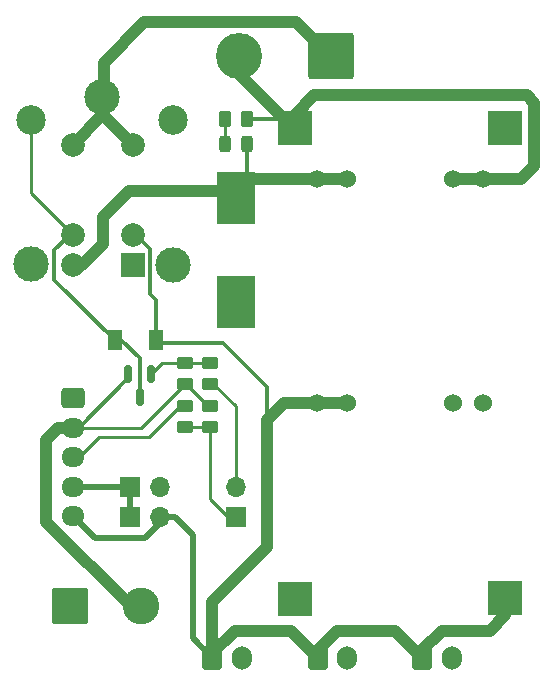
<source format=gbr>
%TF.GenerationSoftware,KiCad,Pcbnew,(6.0.10)*%
%TF.CreationDate,2023-01-30T20:49:18+09:00*%
%TF.ProjectId,rasp_power_module,72617370-5f70-46f7-9765-725f6d6f6475,2*%
%TF.SameCoordinates,PX74269e8PY6f4e628*%
%TF.FileFunction,Copper,L1,Top*%
%TF.FilePolarity,Positive*%
%FSLAX46Y46*%
G04 Gerber Fmt 4.6, Leading zero omitted, Abs format (unit mm)*
G04 Created by KiCad (PCBNEW (6.0.10)) date 2023-01-30 20:49:18*
%MOMM*%
%LPD*%
G01*
G04 APERTURE LIST*
G04 Aperture macros list*
%AMRoundRect*
0 Rectangle with rounded corners*
0 $1 Rounding radius*
0 $2 $3 $4 $5 $6 $7 $8 $9 X,Y pos of 4 corners*
0 Add a 4 corners polygon primitive as box body*
4,1,4,$2,$3,$4,$5,$6,$7,$8,$9,$2,$3,0*
0 Add four circle primitives for the rounded corners*
1,1,$1+$1,$2,$3*
1,1,$1+$1,$4,$5*
1,1,$1+$1,$6,$7*
1,1,$1+$1,$8,$9*
0 Add four rect primitives between the rounded corners*
20,1,$1+$1,$2,$3,$4,$5,0*
20,1,$1+$1,$4,$5,$6,$7,0*
20,1,$1+$1,$6,$7,$8,$9,0*
20,1,$1+$1,$8,$9,$2,$3,0*%
G04 Aperture macros list end*
%TA.AperFunction,ComponentPad*%
%ADD10C,3.000000*%
%TD*%
%TA.AperFunction,ComponentPad*%
%ADD11C,2.500000*%
%TD*%
%TA.AperFunction,ComponentPad*%
%ADD12C,1.524000*%
%TD*%
%TA.AperFunction,SMDPad,CuDef*%
%ADD13RoundRect,0.250000X0.450000X-0.262500X0.450000X0.262500X-0.450000X0.262500X-0.450000X-0.262500X0*%
%TD*%
%TA.AperFunction,ComponentPad*%
%ADD14R,3.000000X3.000000*%
%TD*%
%TA.AperFunction,ComponentPad*%
%ADD15R,1.700000X1.700000*%
%TD*%
%TA.AperFunction,ComponentPad*%
%ADD16O,1.700000X1.700000*%
%TD*%
%TA.AperFunction,SMDPad,CuDef*%
%ADD17RoundRect,0.250000X-0.450000X0.262500X-0.450000X-0.262500X0.450000X-0.262500X0.450000X0.262500X0*%
%TD*%
%TA.AperFunction,ComponentPad*%
%ADD18RoundRect,0.249999X-1.300001X-1.300001X1.300001X-1.300001X1.300001X1.300001X-1.300001X1.300001X0*%
%TD*%
%TA.AperFunction,ComponentPad*%
%ADD19C,3.100000*%
%TD*%
%TA.AperFunction,ComponentPad*%
%ADD20R,3.300000X4.500000*%
%TD*%
%TA.AperFunction,ComponentPad*%
%ADD21R,2.000000X2.000000*%
%TD*%
%TA.AperFunction,ComponentPad*%
%ADD22C,2.000000*%
%TD*%
%TA.AperFunction,ComponentPad*%
%ADD23RoundRect,0.250000X-0.600000X-0.750000X0.600000X-0.750000X0.600000X0.750000X-0.600000X0.750000X0*%
%TD*%
%TA.AperFunction,ComponentPad*%
%ADD24O,1.700000X2.000000*%
%TD*%
%TA.AperFunction,SMDPad,CuDef*%
%ADD25RoundRect,0.250000X0.262500X0.450000X-0.262500X0.450000X-0.262500X-0.450000X0.262500X-0.450000X0*%
%TD*%
%TA.AperFunction,SMDPad,CuDef*%
%ADD26RoundRect,0.243750X-0.243750X-0.456250X0.243750X-0.456250X0.243750X0.456250X-0.243750X0.456250X0*%
%TD*%
%TA.AperFunction,ComponentPad*%
%ADD27RoundRect,0.250002X1.699998X1.699998X-1.699998X1.699998X-1.699998X-1.699998X1.699998X-1.699998X0*%
%TD*%
%TA.AperFunction,ComponentPad*%
%ADD28C,3.900000*%
%TD*%
%TA.AperFunction,SMDPad,CuDef*%
%ADD29RoundRect,0.150000X-0.150000X0.587500X-0.150000X-0.587500X0.150000X-0.587500X0.150000X0.587500X0*%
%TD*%
%TA.AperFunction,SMDPad,CuDef*%
%ADD30R,1.300000X1.700000*%
%TD*%
%TA.AperFunction,ComponentPad*%
%ADD31RoundRect,0.250000X-0.725000X0.600000X-0.725000X-0.600000X0.725000X-0.600000X0.725000X0.600000X0*%
%TD*%
%TA.AperFunction,ComponentPad*%
%ADD32O,1.950000X1.700000*%
%TD*%
%TA.AperFunction,Conductor*%
%ADD33C,0.300000*%
%TD*%
%TA.AperFunction,Conductor*%
%ADD34C,0.250000*%
%TD*%
%TA.AperFunction,Conductor*%
%ADD35C,1.000000*%
%TD*%
%TA.AperFunction,Conductor*%
%ADD36C,0.500000*%
%TD*%
G04 APERTURE END LIST*
D10*
%TO.P,K2,1*%
%TO.N,Relay_In*%
X7950200Y51689000D03*
D11*
%TO.P,K2,2*%
%TO.N,Relay_Coil_2*%
X1900200Y49739000D03*
D10*
%TO.P,K2,3*%
%TO.N,12V_ON*%
X1900200Y37539000D03*
%TO.P,K2,4*%
%TO.N,unconnected-(K2-Pad4)*%
X13950200Y37489000D03*
D11*
%TO.P,K2,5*%
%TO.N,5V_ON*%
X13900200Y49739000D03*
%TD*%
D12*
%TO.P,DCDC1,1,InVCC*%
%TO.N,12V_ON*%
X28696000Y44728000D03*
X26156000Y44728000D03*
%TO.P,DCDC1,2,InGND*%
%TO.N,InGND*%
X37616000Y44728000D03*
X40156000Y44728000D03*
%TO.P,DCDC1,3,OutVCC*%
%TO.N,5V_ON*%
X26156000Y25728000D03*
X28696000Y25728000D03*
%TO.P,DCDC1,4,OutGND*%
%TO.N,InGND*%
X37616000Y25728000D03*
X40156000Y25728000D03*
%TD*%
D13*
%TO.P,R1,1*%
%TO.N,/POWER_SIG*%
X17043400Y27357700D03*
%TO.P,R1,2*%
%TO.N,Net-(Q1-Pad1)*%
X17043400Y29182700D03*
%TD*%
D14*
%TO.P,DCDC2,1,InVCC*%
%TO.N,12V_ON*%
X42074728Y49064717D03*
%TO.P,DCDC2,2,InGND*%
%TO.N,InGND*%
X24221890Y49055988D03*
%TO.P,DCDC2,3,OutVCC*%
%TO.N,5V_ON*%
X42069444Y9216627D03*
%TO.P,DCDC2,4,OutGND*%
%TO.N,InGND*%
X24231217Y9207065D03*
%TD*%
D15*
%TO.P,JP1,1,A*%
%TO.N,/ON_LED*%
X10287000Y18669000D03*
D16*
%TO.P,JP1,2,B*%
%TO.N,12V_ON*%
X12827000Y18669000D03*
%TD*%
D17*
%TO.P,R4,1*%
%TO.N,InGND*%
X17043400Y25535900D03*
%TO.P,R4,2*%
%TO.N,/SHUTDOWN*%
X17043400Y23710900D03*
%TD*%
D18*
%TO.P,J5,1,Pin_1*%
%TO.N,12V_ON*%
X5207000Y8559800D03*
D19*
%TO.P,J5,2,Pin_2*%
%TO.N,InGND*%
X11207000Y8559800D03*
%TD*%
D20*
%TO.P,D2,1,K*%
%TO.N,12V_ON*%
X19227800Y43096730D03*
%TO.P,D2,2,A*%
%TO.N,/SWITCH*%
X19227800Y34296730D03*
%TD*%
D13*
%TO.P,R2,1*%
%TO.N,InGND*%
X14909800Y27357700D03*
%TO.P,R2,2*%
%TO.N,Net-(Q1-Pad1)*%
X14909800Y29182700D03*
%TD*%
D15*
%TO.P,J3,1,Pin_1*%
%TO.N,/SHUTDOWN*%
X19227800Y16129000D03*
D16*
%TO.P,J3,2,Pin_2*%
%TO.N,/POWER_SIG*%
X19227800Y18669000D03*
%TD*%
D21*
%TO.P,K1,1*%
%TO.N,unconnected-(K1-Pad1)*%
X10541000Y37465000D03*
D22*
%TO.P,K1,2*%
%TO.N,5V_ON*%
X10541000Y40005000D03*
%TO.P,K1,5*%
%TO.N,Relay_In*%
X10541000Y47625000D03*
%TO.P,K1,6*%
X5461000Y47625000D03*
%TO.P,K1,9*%
%TO.N,Relay_Coil_2*%
X5461000Y40005000D03*
%TO.P,K1,10*%
%TO.N,12V_ON*%
X5461000Y37465000D03*
%TD*%
D23*
%TO.P,J7,1,Pin_1*%
%TO.N,5V_ON*%
X17272000Y4191000D03*
D24*
%TO.P,J7,2,Pin_2*%
%TO.N,InGND*%
X19772000Y4191000D03*
%TD*%
D25*
%TO.P,R5,1*%
%TO.N,InGND*%
X20191100Y49809400D03*
%TO.P,R5,2*%
%TO.N,Net-(D3-Pad1)*%
X18366100Y49809400D03*
%TD*%
D26*
%TO.P,D3,1,K*%
%TO.N,Net-(D3-Pad1)*%
X18341100Y47675800D03*
%TO.P,D3,2,A*%
%TO.N,12V_ON*%
X20216100Y47675800D03*
%TD*%
D27*
%TO.P,J1,1,Pin_1*%
%TO.N,Relay_In*%
X27305000Y55118000D03*
D28*
%TO.P,J1,2,Pin_2*%
%TO.N,InGND*%
X19505000Y55118000D03*
%TD*%
D23*
%TO.P,J9,1,Pin_1*%
%TO.N,5V_ON*%
X35052000Y4191000D03*
D24*
%TO.P,J9,2,Pin_2*%
%TO.N,InGND*%
X37552000Y4191000D03*
%TD*%
D23*
%TO.P,J8,1,Pin_1*%
%TO.N,5V_ON*%
X26182000Y4191000D03*
D24*
%TO.P,J8,2,Pin_2*%
%TO.N,InGND*%
X28682000Y4191000D03*
%TD*%
D29*
%TO.P,Q1,1,B*%
%TO.N,Net-(Q1-Pad1)*%
X12049800Y28191700D03*
%TO.P,Q1,2,E*%
%TO.N,InGND*%
X10149800Y28191700D03*
%TO.P,Q1,3,C*%
%TO.N,Relay_Coil_2*%
X11099800Y26316700D03*
%TD*%
D15*
%TO.P,JP2,1,A*%
%TO.N,/ON_LED*%
X10287000Y16129000D03*
D16*
%TO.P,JP2,2,B*%
%TO.N,5V_ON*%
X12827000Y16129000D03*
%TD*%
D30*
%TO.P,D1,1,K*%
%TO.N,5V_ON*%
X12494200Y31115000D03*
%TO.P,D1,2,A*%
%TO.N,Relay_Coil_2*%
X8994200Y31115000D03*
%TD*%
D31*
%TO.P,J2,1,Pin_1*%
%TO.N,Relay_In*%
X5461000Y26187400D03*
D32*
%TO.P,J2,2,Pin_2*%
%TO.N,InGND*%
X5461000Y23687400D03*
%TO.P,J2,3,Pin_3*%
%TO.N,/SWITCH*%
X5461000Y21187400D03*
%TO.P,J2,4,Pin_4*%
%TO.N,/ON_LED*%
X5461000Y18687400D03*
%TO.P,J2,5,Pin_5*%
%TO.N,5V_ON*%
X5461000Y16187400D03*
%TD*%
D17*
%TO.P,R3,1*%
%TO.N,/SWITCH*%
X14909800Y25535900D03*
%TO.P,R3,2*%
%TO.N,/SHUTDOWN*%
X14909800Y23710900D03*
%TD*%
D33*
%TO.N,5V_ON*%
X18161000Y30861000D02*
X12748200Y30861000D01*
X21920200Y27101800D02*
X18161000Y30861000D01*
X21920200Y24358600D02*
X21920200Y27101800D01*
X12748200Y30861000D02*
X12494200Y31115000D01*
X10795000Y40005000D02*
X10541000Y40005000D01*
X12014200Y38785800D02*
X10795000Y40005000D01*
X12014200Y34975800D02*
X12014200Y38785800D01*
X12494200Y34495800D02*
X12014200Y34975800D01*
X12494200Y31115000D02*
X12494200Y34495800D01*
%TO.N,Relay_Coil_2*%
X11099800Y26316700D02*
X11099800Y29540200D01*
X11099800Y29540200D02*
X9525000Y31115000D01*
X9525000Y31115000D02*
X8994200Y31115000D01*
X3886200Y38709600D02*
X3886200Y36223000D01*
X5181600Y40005000D02*
X3886200Y38709600D01*
X5461000Y40005000D02*
X5181600Y40005000D01*
X3886200Y36223000D02*
X8994200Y31115000D01*
D34*
X1900200Y43565800D02*
X5461000Y40005000D01*
X1900200Y49739000D02*
X1900200Y43565800D01*
D35*
%TO.N,Relay_In*%
X7950200Y50215800D02*
X10541000Y47625000D01*
X7950200Y51689000D02*
X7950200Y50215800D01*
X7950200Y50114200D02*
X7950200Y51689000D01*
X5461000Y47625000D02*
X7950200Y50114200D01*
%TO.N,12V_ON*%
X6223000Y37465000D02*
X5461000Y37465000D01*
X8001000Y41529000D02*
X8001000Y39243000D01*
X8001000Y39243000D02*
X6223000Y37465000D01*
X10168730Y43696730D02*
X8001000Y41529000D01*
X19227800Y43696730D02*
X10168730Y43696730D01*
%TO.N,Relay_In*%
X8051800Y51790600D02*
X7950200Y51689000D01*
X8051800Y54584600D02*
X8051800Y51790600D01*
X11506200Y58039000D02*
X8051800Y54584600D01*
X24384000Y58039000D02*
X11506200Y58039000D01*
X27305000Y55118000D02*
X24384000Y58039000D01*
D34*
%TO.N,/SHUTDOWN*%
X18592800Y16129000D02*
X19227800Y16129000D01*
X17043400Y17678400D02*
X18592800Y16129000D01*
X17043400Y23710900D02*
X17043400Y17678400D01*
%TO.N,/POWER_SIG*%
X19227800Y25476200D02*
X19227800Y18669000D01*
X17346300Y27357700D02*
X19227800Y25476200D01*
X17043400Y27357700D02*
X17346300Y27357700D01*
D36*
%TO.N,5V_ON*%
X7297400Y14351000D02*
X5461000Y16187400D01*
X11557000Y14351000D02*
X7297400Y14351000D01*
X12827000Y15621000D02*
X11557000Y14351000D01*
X12827000Y16129000D02*
X12827000Y15621000D01*
%TO.N,/ON_LED*%
X10268600Y18687400D02*
X10287000Y18669000D01*
X5461000Y18687400D02*
X10268600Y18687400D01*
X10287000Y16129000D02*
X10287000Y18669000D01*
%TO.N,5V_ON*%
X15621000Y5842000D02*
X17272000Y4191000D01*
X15621000Y14605000D02*
X15621000Y5842000D01*
X14097000Y16129000D02*
X15621000Y14605000D01*
X12827000Y16129000D02*
X14097000Y16129000D01*
D34*
%TO.N,/SWITCH*%
X5998200Y21187400D02*
X5461000Y21187400D01*
X14512300Y25535900D02*
X11861800Y22885400D01*
X7696200Y22885400D02*
X5998200Y21187400D01*
X14909800Y25535900D02*
X14512300Y25535900D01*
X11861800Y22885400D02*
X7696200Y22885400D01*
%TO.N,InGND*%
X15060300Y27357700D02*
X14909800Y27357700D01*
X16882100Y25535900D02*
X15060300Y27357700D01*
X17043400Y25535900D02*
X16882100Y25535900D01*
X11239500Y23687400D02*
X5461000Y23687400D01*
X14909800Y27357700D02*
X11239500Y23687400D01*
%TO.N,/SHUTDOWN*%
X17043400Y23710900D02*
X14909800Y23710900D01*
%TO.N,Net-(Q1-Pad1)*%
X13040800Y29182700D02*
X14909800Y29182700D01*
X12049800Y28191700D02*
X13040800Y29182700D01*
X14909800Y29182700D02*
X17043400Y29182700D01*
D35*
%TO.N,InGND*%
X3175000Y15722600D02*
X10337800Y8559800D01*
X3175000Y22676000D02*
X3175000Y15722600D01*
X10337800Y8559800D02*
X11207000Y8559800D01*
X4186400Y23687400D02*
X3175000Y22676000D01*
X5461000Y23687400D02*
X4186400Y23687400D01*
D33*
X10149800Y27879000D02*
X10149800Y28191700D01*
X5958200Y23687400D02*
X10149800Y27879000D01*
X5461000Y23687400D02*
X5958200Y23687400D01*
D35*
%TO.N,12V_ON*%
X20259070Y44728000D02*
X26156000Y44728000D01*
X19227800Y43696730D02*
X20259070Y44728000D01*
D33*
X20216100Y44685030D02*
X20216100Y47675800D01*
X19227800Y43696730D02*
X20216100Y44685030D01*
D35*
%TO.N,5V_ON*%
X40767000Y6477000D02*
X36671250Y6477000D01*
X23289600Y25728000D02*
X26156000Y25728000D01*
X17272000Y8890000D02*
X17272000Y4572000D01*
X23896000Y6477000D02*
X19177000Y6477000D01*
X19177000Y6477000D02*
X17272000Y4572000D01*
X32766000Y6477000D02*
X27813000Y6477000D01*
X27813000Y6477000D02*
X26182000Y4846000D01*
X21920200Y13538200D02*
X17272000Y8890000D01*
X26182000Y4191000D02*
X23896000Y6477000D01*
X42069444Y7779444D02*
X40767000Y6477000D01*
X35052000Y4191000D02*
X32766000Y6477000D01*
X17272000Y4572000D02*
X17272000Y4191000D01*
X26182000Y4846000D02*
X26182000Y4191000D01*
X21920200Y24358600D02*
X23289600Y25728000D01*
X42069444Y9165827D02*
X42069444Y7779444D01*
X35052000Y4857750D02*
X35052000Y4191000D01*
X26156000Y25728000D02*
X28696000Y25728000D01*
X36671250Y6477000D02*
X35052000Y4857750D01*
X21920200Y24358600D02*
X21920200Y13538200D01*
%TO.N,12V_ON*%
X26156000Y44728000D02*
X28696000Y44728000D01*
%TO.N,InGND*%
X24221890Y49055988D02*
X24221890Y50180690D01*
X43407200Y44728000D02*
X40156000Y44728000D01*
X24096012Y49055988D02*
X19505000Y53647000D01*
X44526200Y51181000D02*
X44526200Y45847000D01*
X43865800Y51841400D02*
X44526200Y51181000D01*
D33*
X20191100Y49809400D02*
X23468478Y49809400D01*
D35*
X24221890Y49055988D02*
X24096012Y49055988D01*
X19505000Y53901000D02*
X19505000Y55118000D01*
D33*
X23468478Y49809400D02*
X24221890Y49055988D01*
D35*
X25882600Y51841400D02*
X43865800Y51841400D01*
X40156000Y44728000D02*
X37616000Y44728000D01*
X44526200Y45847000D02*
X43407200Y44728000D01*
X24221890Y50180690D02*
X25882600Y51841400D01*
D34*
%TO.N,Net-(D3-Pad1)*%
X18341100Y47675800D02*
X18366100Y47700800D01*
X18366100Y47700800D02*
X18366100Y49809400D01*
%TD*%
M02*

</source>
